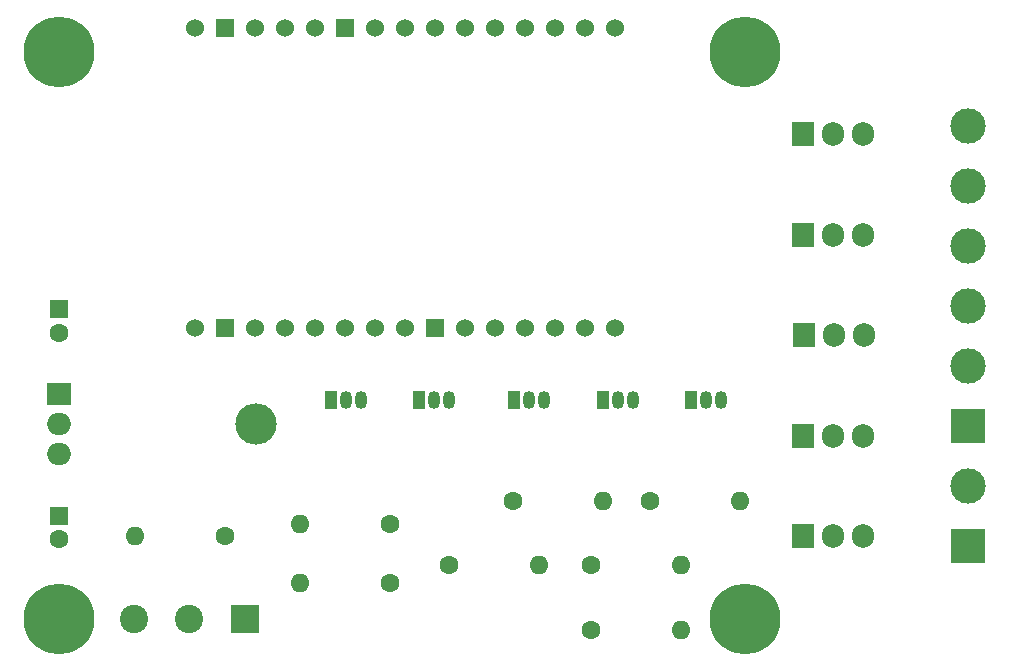
<source format=gbr>
%TF.GenerationSoftware,KiCad,Pcbnew,5.1.10-88a1d61d58~90~ubuntu20.04.1*%
%TF.CreationDate,2021-10-06T22:46:20-04:00*%
%TF.ProjectId,jrgbwww24,6a726762-7777-4773-9234-2e6b69636164,rev?*%
%TF.SameCoordinates,Original*%
%TF.FileFunction,Soldermask,Bot*%
%TF.FilePolarity,Negative*%
%FSLAX46Y46*%
G04 Gerber Fmt 4.6, Leading zero omitted, Abs format (unit mm)*
G04 Created by KiCad (PCBNEW 5.1.10-88a1d61d58~90~ubuntu20.04.1) date 2021-10-06 22:46:20*
%MOMM*%
%LPD*%
G01*
G04 APERTURE LIST*
%ADD10O,1.905000X2.000000*%
%ADD11R,1.905000X2.000000*%
%ADD12C,6.000000*%
%ADD13C,2.400000*%
%ADD14R,2.400000X2.400000*%
%ADD15C,1.524000*%
%ADD16R,1.524000X1.524000*%
%ADD17O,2.000000X1.905000*%
%ADD18R,2.000000X1.905000*%
%ADD19O,3.500000X3.500000*%
%ADD20O,1.600000X1.600000*%
%ADD21C,1.600000*%
%ADD22R,1.050000X1.500000*%
%ADD23O,1.050000X1.500000*%
%ADD24C,3.000000*%
%ADD25R,3.000000X3.000000*%
%ADD26R,1.600000X1.600000*%
G04 APERTURE END LIST*
D10*
%TO.C,Q4*%
X162040000Y-105000000D03*
X159500000Y-105000000D03*
D11*
X156960000Y-105000000D03*
%TD*%
D10*
%TO.C,Q10*%
X162040000Y-71000000D03*
X159500000Y-71000000D03*
D11*
X156960000Y-71000000D03*
%TD*%
D10*
%TO.C,Q9*%
X162040000Y-79500000D03*
X159500000Y-79500000D03*
D11*
X156960000Y-79500000D03*
%TD*%
D10*
%TO.C,Q6*%
X162080000Y-88000000D03*
X159540000Y-88000000D03*
D11*
X157000000Y-88000000D03*
%TD*%
D10*
%TO.C,Q5*%
X162040000Y-96500000D03*
X159500000Y-96500000D03*
D11*
X156960000Y-96500000D03*
%TD*%
D12*
%TO.C,REF\u002A\u002A*%
X152000000Y-64000000D03*
%TD*%
%TO.C,REF\u002A\u002A*%
X152000000Y-112000000D03*
%TD*%
%TO.C,REF\u002A\u002A*%
X94000000Y-112000000D03*
%TD*%
%TO.C,REF\u002A\u002A*%
X94000000Y-64000000D03*
%TD*%
D13*
%TO.C,SW1*%
X100300000Y-112000000D03*
X105000000Y-112000000D03*
D14*
X109700000Y-112000000D03*
%TD*%
D15*
%TO.C,U1*%
X105440000Y-87400000D03*
D16*
X107980000Y-87400000D03*
D15*
X110520000Y-87400000D03*
X113060000Y-87400000D03*
X115600000Y-87400000D03*
X118140000Y-87400000D03*
X120680000Y-87400000D03*
X123220000Y-87400000D03*
D16*
X125760000Y-87400000D03*
D15*
X128300000Y-87400000D03*
X130840000Y-87400000D03*
X133380000Y-87400000D03*
X135920000Y-87400000D03*
X138460000Y-87400000D03*
X141000000Y-87400000D03*
X105440000Y-62000000D03*
D16*
X107980000Y-62000000D03*
D15*
X110520000Y-62000000D03*
X113060000Y-62000000D03*
X115600000Y-62000000D03*
D16*
X118140000Y-62000000D03*
D15*
X120680000Y-62000000D03*
X123220000Y-62000000D03*
X125760000Y-62000000D03*
X128300000Y-62000000D03*
X130840000Y-62000000D03*
X133380000Y-62000000D03*
X135920000Y-62000000D03*
X138460000Y-62000000D03*
X141000000Y-62000000D03*
%TD*%
D17*
%TO.C,U2*%
X94000000Y-98080000D03*
X94000000Y-95540000D03*
D18*
X94000000Y-93000000D03*
D19*
X110660000Y-95540000D03*
%TD*%
D20*
%TO.C,R8*%
X114380000Y-109000000D03*
D21*
X122000000Y-109000000D03*
%TD*%
D20*
%TO.C,R7*%
X114380000Y-104000000D03*
D21*
X122000000Y-104000000D03*
%TD*%
D20*
%TO.C,R6*%
X100380000Y-105000000D03*
D21*
X108000000Y-105000000D03*
%TD*%
D20*
%TO.C,R5*%
X134620000Y-107500000D03*
D21*
X127000000Y-107500000D03*
%TD*%
D20*
%TO.C,R4*%
X140000000Y-102000000D03*
D21*
X132380000Y-102000000D03*
%TD*%
D20*
%TO.C,R3*%
X151620000Y-102000000D03*
D21*
X144000000Y-102000000D03*
%TD*%
D20*
%TO.C,R2*%
X146620000Y-107500000D03*
D21*
X139000000Y-107500000D03*
%TD*%
D20*
%TO.C,R1*%
X146620000Y-113000000D03*
D21*
X139000000Y-113000000D03*
%TD*%
D22*
%TO.C,Q8*%
X116960000Y-93500000D03*
D23*
X119500000Y-93500000D03*
X118230000Y-93500000D03*
%TD*%
D22*
%TO.C,Q7*%
X124460000Y-93500000D03*
D23*
X127000000Y-93500000D03*
X125730000Y-93500000D03*
%TD*%
D22*
%TO.C,Q3*%
X132500000Y-93500000D03*
D23*
X135040000Y-93500000D03*
X133770000Y-93500000D03*
%TD*%
D22*
%TO.C,Q2*%
X140000000Y-93500000D03*
D23*
X142540000Y-93500000D03*
X141270000Y-93500000D03*
%TD*%
D22*
%TO.C,Q1*%
X147500000Y-93500000D03*
D23*
X150040000Y-93500000D03*
X148770000Y-93500000D03*
%TD*%
D24*
%TO.C,J2*%
X170925300Y-70330600D03*
X170925300Y-75410600D03*
X170925300Y-80490600D03*
D25*
X170925300Y-95730600D03*
D24*
X170925300Y-85570600D03*
X170925300Y-90650600D03*
%TD*%
%TO.C,J1*%
X170925300Y-100810600D03*
D25*
X170925300Y-105890600D03*
%TD*%
D21*
%TO.C,C2*%
X94000000Y-105300000D03*
D26*
X94000000Y-103300000D03*
%TD*%
D21*
%TO.C,C1*%
X94000000Y-87800000D03*
D26*
X94000000Y-85800000D03*
%TD*%
M02*

</source>
